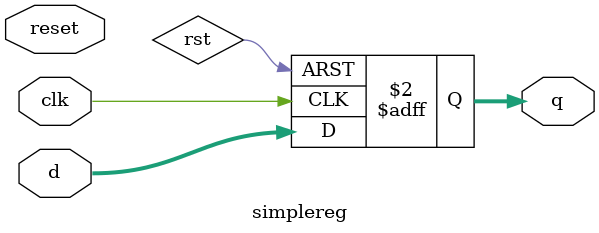
<source format=v>

module simplereg (input [7:0] d, input clk, reset, output reg [7:0] q);

    always @ (posedge clk or posedge rst)
        begin
            if (rst)
                q <= 8'b0000_0000;
            else
                q <= d; 
        end

endmodule
</source>
